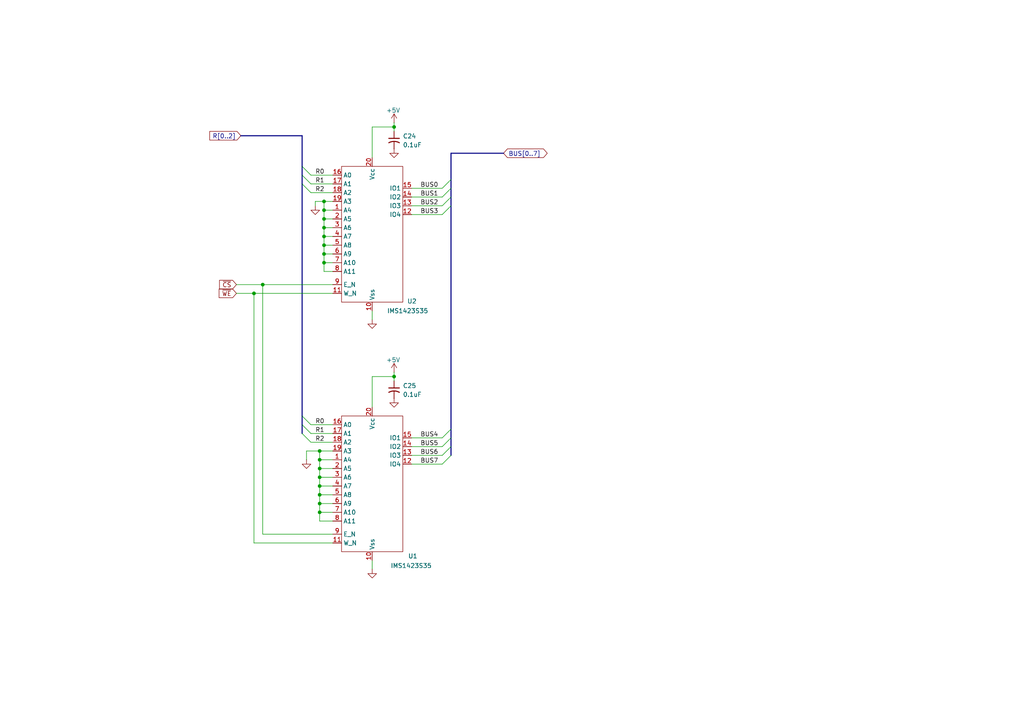
<source format=kicad_sch>
(kicad_sch (version 20250114) (generator "eeschema") (generator_version "9.0")
  (paper "A4")
  (title_block (title "MyCPU") (date "2025-06-23") (company "Sylvain Fortin"))
  (lib_symbols
    (symbol "Device:C_Small_US" (pin_numbers (hide yes)) (pin_names (offset 0.254) (hide yes))
      (property "Reference" "C" (at 0.254 1.778 0))
      (property "Value" "C_Small_US" (at 0.254 -2.032 0))
      (symbol "C_Small_US_0_1"
        (polyline (pts (xy -1.524 0.508) (xy 1.524 0.508)) (stroke (width 0.3048)))
        (arc (start -1.524 -0.762) (mid 0 -0.3734) (end 1.524 -0.762) (stroke (width 0.3048)))
      )
      (symbol "C_Small_US_1_1"
        (pin passive line (at 0 2.54 270) (length 2.032) (name "~") (number "1"))
        (pin passive line (at 0 -2.54 90) (length 2.032) (name "~") (number "2"))
      )
    )
    (symbol "MyCpu_symbol_schematic:IMS1423S35"
      (property "Reference" "U" (at 14.224 -42.926 0))
      (property "Value" "IMS1423S35" (at 14.986 -40.386 0))
      (symbol "IMS1423S35_0_1"
        (rectangle (start -2.54 2.54) (end 15.24 -36.83))
      )
      (symbol "IMS1423S35_1_1"
        (pin input line (at -5.08 0 0) (length 2.54) (name "A0") (number "16"))
        (pin input line (at -5.08 -2.54 0) (length 2.54) (name "A1") (number "17"))
        (pin input line (at -5.08 -5.08 0) (length 2.54) (name "A2") (number "18"))
        (pin input line (at -5.08 -7.62 0) (length 2.54) (name "A3") (number "19"))
        (pin input line (at -5.08 -10.16 0) (length 2.54) (name "A4") (number "1"))
        (pin input line (at -5.08 -12.7 0) (length 2.54) (name "A5") (number "2"))
        (pin input line (at -5.08 -15.24 0) (length 2.54) (name "A6") (number "3"))
        (pin input line (at -5.08 -17.78 0) (length 2.54) (name "A7") (number "4"))
        (pin input line (at -5.08 -20.32 0) (length 2.54) (name "A8") (number "5"))
        (pin input line (at -5.08 -22.86 0) (length 2.54) (name "A9") (number "6"))
        (pin input line (at -5.08 -25.4 0) (length 2.54) (name "A10") (number "7"))
        (pin input line (at -5.08 -27.94 0) (length 2.54) (name "A11") (number "8"))
        (pin input line (at -5.08 -31.75 0) (length 2.54) (name "E_N") (number "9"))
        (pin input line (at -5.08 -34.29 0) (length 2.54) (name "W_N") (number "11"))
        (pin power_in line (at 6.35 5.08 270) (length 2.54) (name "Vcc") (number "20"))
        (pin power_in line (at 6.35 -39.37 90) (length 2.54) (name "Vss") (number "10"))
        (pin bidirectional line (at 17.78 -3.81 180) (length 2.54) (name "IO1") (number "15"))
        (pin bidirectional line (at 17.78 -6.35 180) (length 2.54) (name "IO2") (number "14"))
        (pin bidirectional line (at 17.78 -8.89 180) (length 2.54) (name "IO3") (number "13"))
        (pin bidirectional line (at 17.78 -11.43 180) (length 2.54) (name "IO4") (number "12"))
      )
    )
    (symbol "power:+5V" (power) (pin_numbers (hide yes)) (pin_names (offset 0) (hide yes))
      (property "Value" "+5V" (at 0 3.556 0))
      (symbol "+5V_0_1"
        (polyline (pts (xy -0.762 1.27) (xy 0 2.54)))
        (polyline (pts (xy 0 2.54) (xy 0.762 1.27)))
        (polyline (pts (xy 0 0) (xy 0 2.54)))
      )
      (symbol "+5V_1_1"
        (pin power_in line (at 0 0 90) (length 0) (name "~") (number "1"))
      )
    )
    (symbol "power:GND" (power) (pin_numbers (hide yes)) (pin_names (offset 0) (hide yes))
      (property "Value" "GND" (at 0 -3.81 0))
      (symbol "GND_0_1"
        (polyline (pts (xy 0 0) (xy 0 -1.27) (xy 1.27 -1.27) (xy 0 -2.54) (xy -1.27 -1.27) (xy 0 -1.27)))
      )
      (symbol "GND_1_1"
        (pin power_in line (at 0 0 270) (length 0) (name "~") (number "1"))
      )
    )
  )
  (junction (at 92.71 146.05))
  (junction (at 114.3 36.83))
  (junction (at 93.98 60.96))
  (junction (at 73.66 85.09))
  (junction (at 76.2 82.55))
  (junction (at 93.98 63.5))
  (junction (at 92.71 140.97))
  (junction (at 93.98 71.12))
  (junction (at 92.71 135.89))
  (junction (at 92.71 130.81))
  (junction (at 114.3 109.22))
  (junction (at 92.71 143.51))
  (junction (at 92.71 148.59))
  (junction (at 93.98 68.58))
  (junction (at 93.98 66.04))
  (junction (at 93.98 73.66))
  (junction (at 93.98 58.42))
  (junction (at 92.71 138.43))
  (junction (at 93.98 76.2))
  (junction (at 92.71 133.35))
  (bus_entry (at 128.27 132.08) (size 2.54 -2.54))
  (bus_entry (at 128.27 129.54) (size 2.54 -2.54))
  (bus_entry (at 87.63 53.34) (size 2.54 2.54))
  (bus_entry (at 87.63 48.26) (size 2.54 2.54))
  (bus_entry (at 128.27 54.61) (size 2.54 -2.54))
  (bus_entry (at 87.63 120.65) (size 2.54 2.54))
  (bus_entry (at 128.27 57.15) (size 2.54 -2.54))
  (bus_entry (at 87.63 50.8) (size 2.54 2.54))
  (bus_entry (at 87.63 125.73) (size 2.54 2.54))
  (bus_entry (at 87.63 123.19) (size 2.54 2.54))
  (bus_entry (at 128.27 62.23) (size 2.54 -2.54))
  (bus_entry (at 128.27 134.62) (size 2.54 -2.54))
  (bus_entry (at 128.27 59.69) (size 2.54 -2.54))
  (bus_entry (at 128.27 127) (size 2.54 -2.54))
  (wire (pts (xy 76.2 82.55) (xy 96.52 82.55)))
  (wire (pts (xy 73.66 85.09) (xy 96.52 85.09)))
  (wire (pts (xy 93.98 58.42) (xy 96.52 58.42)))
  (wire (pts (xy 92.71 130.81) (xy 92.71 133.35)))
  (wire (pts (xy 92.71 143.51) (xy 96.52 143.51)))
  (wire (pts (xy 92.71 151.13) (xy 96.52 151.13)))
  (wire (pts (xy 114.3 109.22) (xy 114.3 110.49)))
  (wire (pts (xy 90.17 128.27) (xy 96.52 128.27)))
  (wire (pts (xy 107.95 162.56) (xy 107.95 165.1)))
  (wire (pts (xy 114.3 107.95) (xy 114.3 109.22)))
  (wire (pts (xy 91.44 58.42) (xy 93.98 58.42)))
  (wire (pts (xy 93.98 63.5) (xy 93.98 66.04)))
  (bus (pts (xy 87.63 50.8) (xy 87.63 53.34)))
  (bus (pts (xy 87.63 53.34) (xy 87.63 120.65)))
  (wire (pts (xy 93.98 68.58) (xy 93.98 71.12)))
  (wire (pts (xy 73.66 157.48) (xy 96.52 157.48)))
  (wire (pts (xy 92.71 138.43) (xy 96.52 138.43)))
  (wire (pts (xy 68.58 82.55) (xy 76.2 82.55)))
  (bus (pts (xy 130.81 57.15) (xy 130.81 59.69)))
  (bus (pts (xy 130.81 127) (xy 130.81 129.54)))
  (wire (pts (xy 90.17 123.19) (xy 96.52 123.19)))
  (bus (pts (xy 87.63 39.37) (xy 69.85 39.37)))
  (bus (pts (xy 130.81 54.61) (xy 130.81 57.15)))
  (wire (pts (xy 93.98 58.42) (xy 93.98 60.96)))
  (wire (pts (xy 92.71 138.43) (xy 92.71 140.97)))
  (bus (pts (xy 87.63 48.26) (xy 87.63 50.8)))
  (bus (pts (xy 87.63 123.19) (xy 87.63 125.73)))
  (bus (pts (xy 130.81 59.69) (xy 130.81 124.46)))
  (wire (pts (xy 93.98 76.2) (xy 93.98 78.74)))
  (wire (pts (xy 88.9 130.81) (xy 92.71 130.81)))
  (bus (pts (xy 130.81 129.54) (xy 130.81 132.08)))
  (wire (pts (xy 119.38 129.54) (xy 128.27 129.54)))
  (wire (pts (xy 119.38 127) (xy 128.27 127)))
  (wire (pts (xy 107.95 45.72) (xy 107.95 36.83)))
  (wire (pts (xy 119.38 57.15) (xy 128.27 57.15)))
  (bus (pts (xy 87.63 120.65) (xy 87.63 123.19)))
  (wire (pts (xy 92.71 143.51) (xy 92.71 146.05)))
  (wire (pts (xy 93.98 66.04) (xy 93.98 68.58)))
  (wire (pts (xy 114.3 36.83) (xy 114.3 38.1)))
  (wire (pts (xy 114.3 35.56) (xy 114.3 36.83)))
  (bus (pts (xy 130.81 44.45) (xy 130.81 52.07)))
  (wire (pts (xy 92.71 140.97) (xy 96.52 140.97)))
  (wire (pts (xy 92.71 146.05) (xy 92.71 148.59)))
  (wire (pts (xy 119.38 62.23) (xy 128.27 62.23)))
  (wire (pts (xy 73.66 85.09) (xy 73.66 157.48)))
  (wire (pts (xy 119.38 59.69) (xy 128.27 59.69)))
  (wire (pts (xy 93.98 73.66) (xy 93.98 76.2)))
  (wire (pts (xy 93.98 60.96) (xy 93.98 63.5)))
  (wire (pts (xy 93.98 76.2) (xy 96.52 76.2)))
  (wire (pts (xy 91.44 59.69) (xy 91.44 58.42)))
  (wire (pts (xy 119.38 132.08) (xy 128.27 132.08)))
  (bus (pts (xy 130.81 124.46) (xy 130.81 127)))
  (wire (pts (xy 93.98 71.12) (xy 96.52 71.12)))
  (wire (pts (xy 93.98 71.12) (xy 93.98 73.66)))
  (wire (pts (xy 90.17 50.8) (xy 96.52 50.8)))
  (wire (pts (xy 107.95 109.22) (xy 107.95 118.11)))
  (wire (pts (xy 92.71 133.35) (xy 96.52 133.35)))
  (wire (pts (xy 92.71 135.89) (xy 92.71 138.43)))
  (wire (pts (xy 90.17 125.73) (xy 96.52 125.73)))
  (wire (pts (xy 107.95 90.17) (xy 107.95 92.71)))
  (wire (pts (xy 93.98 66.04) (xy 96.52 66.04)))
  (wire (pts (xy 119.38 134.62) (xy 128.27 134.62)))
  (wire (pts (xy 76.2 82.55) (xy 76.2 154.94)))
  (bus (pts (xy 130.81 44.45) (xy 146.05 44.45)))
  (wire (pts (xy 107.95 109.22) (xy 114.3 109.22)))
  (bus (pts (xy 130.81 52.07) (xy 130.81 54.61)))
  (wire (pts (xy 93.98 73.66) (xy 96.52 73.66)))
  (wire (pts (xy 90.17 55.88) (xy 96.52 55.88)))
  (bus (pts (xy 87.63 39.37) (xy 87.63 48.26)))
  (wire (pts (xy 107.95 36.83) (xy 114.3 36.83)))
  (wire (pts (xy 88.9 133.35) (xy 88.9 130.81)))
  (wire (pts (xy 68.58 85.09) (xy 73.66 85.09)))
  (wire (pts (xy 76.2 154.94) (xy 96.52 154.94)))
  (wire (pts (xy 93.98 68.58) (xy 96.52 68.58)))
  (wire (pts (xy 92.71 135.89) (xy 96.52 135.89)))
  (wire (pts (xy 93.98 60.96) (xy 96.52 60.96)))
  (wire (pts (xy 92.71 148.59) (xy 96.52 148.59)))
  (wire (pts (xy 92.71 148.59) (xy 92.71 151.13)))
  (wire (pts (xy 119.38 54.61) (xy 128.27 54.61)))
  (wire (pts (xy 90.17 53.34) (xy 96.52 53.34)))
  (wire (pts (xy 93.98 63.5) (xy 96.52 63.5)))
  (wire (pts (xy 93.98 78.74) (xy 96.52 78.74)))
  (wire (pts (xy 92.71 140.97) (xy 92.71 143.51)))
  (wire (pts (xy 92.71 133.35) (xy 92.71 135.89)))
  (wire (pts (xy 92.71 146.05) (xy 96.52 146.05)))
  (wire (pts (xy 92.71 130.81) (xy 96.52 130.81)))
  (label "R0" (at 91.44 123.19 0))
  (label "R2" (at 91.44 128.27 0))
  (label "R2" (at 91.44 55.88 0))
  (label "BUS6" (at 121.92 132.08 0))
  (label "BUS4" (at 121.92 127 0))
  (label "BUS5" (at 121.92 129.54 0))
  (label "R1" (at 91.44 125.73 0))
  (label "BUS2" (at 121.92 59.69 0))
  (label "BUS0" (at 121.92 54.61 0))
  (label "BUS3" (at 121.92 62.23 0))
  (label "R1" (at 91.44 53.34 0))
  (label "BUS1" (at 121.92 57.15 0))
  (label "BUS7" (at 121.92 134.62 0))
  (label "R0" (at 91.44 50.8 0))
  (global_label "R[0..2]" (shape input) (at 69.85 39.37 180) (property "Intersheetrefs" "${INTERSHEET_REFS}" (effects (hide yes))))
  (global_label "~{CS}" (shape input) (at 68.58 82.55 180) (property "Intersheetrefs" "${INTERSHEET_REFS}" (effects (hide yes))))
  (global_label "~{WE}" (shape input) (at 68.58 85.09 180) (property "Intersheetrefs" "${INTERSHEET_REFS}" (effects (hide yes))))
  (global_label "BUS[0..7]" (shape bidirectional) (at 146.05 44.45 0) (property "Intersheetrefs" "${INTERSHEET_REFS}" (effects (hide yes))))
  (symbol (lib_id "power:GND") (at 107.95 92.71 0) (unit 1)
    (property "Reference" "#PWR057" (effects (hide yes)))
    (property "Value" "GND" (effects (hide yes)))
    (property "Description" "Power symbol creates a global label with name \"GND\" , ground" (effects (hide yes)))
  )
  (symbol (lib_id "power:+5V") (at 114.3 107.95 0) (unit 1)
    (property "Reference" "#PWR05" (effects (hide yes)))
    (property "Value" "+5V" (at 114.046 104.394 0))
    (property "Description" "Power symbol creates a global label with name \"+5V\"" (effects (hide yes)))
  )
  (symbol (lib_id "Device:C_Small_US") (at 114.3 40.64 0) (unit 1)
    (property "Reference" "C24" (at 116.84 39.4969 0) (effects (justify left)))
    (property "Value" "0.1uF" (at 116.84 42.0369 0) (effects (justify left)))
    (property "Footprint" "Capacitor_THT:C_Disc_D6.0mm_W2.5mm_P5.00mm" (effects (hide yes)))
    (property "Description" "capacitor, small US symbol" (effects (hide yes)))
  )
  (symbol (lib_id "power:GND") (at 91.44 59.69 0) (unit 1)
    (property "Reference" "#PWR059" (effects (hide yes)))
    (property "Value" "GND" (effects (hide yes)))
    (property "Description" "Power symbol creates a global label with name \"GND\" , ground" (effects (hide yes)))
  )
  (symbol (lib_id "power:GND") (at 107.95 165.1 0) (unit 1)
    (property "Reference" "#PWR058" (effects (hide yes)))
    (property "Value" "GND" (effects (hide yes)))
    (property "Description" "Power symbol creates a global label with name \"GND\" , ground" (effects (hide yes)))
  )
  (symbol (lib_id "power:GND") (at 114.3 43.18 0) (unit 1)
    (property "Reference" "#PWR0127" (effects (hide yes)))
    (property "Value" "GND" (effects (hide yes)))
    (property "Description" "Power symbol creates a global label with name \"GND\" , ground" (effects (hide yes)))
  )
  (symbol (lib_id "power:+5V") (at 114.3 35.56 0) (unit 1)
    (property "Reference" "#PWR0126" (effects (hide yes)))
    (property "Value" "+5V" (at 114.046 32.004 0))
    (property "Description" "Power symbol creates a global label with name \"+5V\"" (effects (hide yes)))
  )
  (symbol (lib_id "Device:C_Small_US") (at 114.3 113.03 0) (unit 1)
    (property "Reference" "C25" (at 116.84 111.8869 0) (effects (justify left)))
    (property "Value" "0.1uF" (at 116.84 114.4269 0) (effects (justify left)))
    (property "Footprint" "Capacitor_THT:C_Disc_D6.0mm_W2.5mm_P5.00mm" (effects (hide yes)))
    (property "Description" "capacitor, small US symbol" (effects (hide yes)))
  )
  (symbol (lib_id "power:GND") (at 114.3 115.57 0) (unit 1)
    (property "Reference" "#PWR056" (effects (hide yes)))
    (property "Value" "GND" (effects (hide yes)))
    (property "Description" "Power symbol creates a global label with name \"GND\" , ground" (effects (hide yes)))
  )
  (symbol (lib_id "MyCpu_symbol_schematic:IMS1423S35") (at 101.6 50.8 0) (unit 1)
    (property "Reference" "U2" (at 118.11 87.376 0) (effects (justify left)))
    (property "Value" "IMS1423S35" (at 112.268 90.17 0) (effects (justify left)))
    (property "Footprint" "Package_DIP:DIP-20_W7.62mm_Socket_LongPads" (effects (hide yes)))
  )
  (symbol (lib_id "power:GND") (at 88.9 133.35 0) (unit 1)
    (property "Reference" "#PWR060" (effects (hide yes)))
    (property "Value" "GND" (effects (hide yes)))
    (property "Description" "Power symbol creates a global label with name \"GND\" , ground" (effects (hide yes)))
  )
  (symbol (lib_id "MyCpu_symbol_schematic:IMS1423S35") (at 101.6 123.19 0) (unit 1)
    (property "Reference" "U1" (at 118.364 161.29 0) (effects (justify left)))
    (property "Value" "IMS1423S35" (at 113.284 164.084 0) (effects (justify left)))
    (property "Footprint" "Package_DIP:DIP-20_W7.62mm_Socket_LongPads" (effects (hide yes)))
  )
)
</source>
